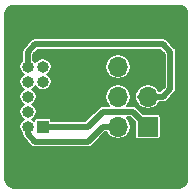
<source format=gbr>
G04 #@! TF.FileFunction,Copper,L1,Top,Signal*
%FSLAX46Y46*%
G04 Gerber Fmt 4.6, Leading zero omitted, Abs format (unit mm)*
G04 Created by KiCad (PCBNEW 4.0.7) date 2018 January 31, Wednesday 20:45:58*
%MOMM*%
%LPD*%
G01*
G04 APERTURE LIST*
%ADD10C,0.100000*%
%ADD11R,1.000000X1.000000*%
%ADD12O,1.000000X1.000000*%
%ADD13R,1.700000X1.700000*%
%ADD14O,1.700000X1.700000*%
%ADD15C,0.508000*%
%ADD16C,0.152400*%
G04 APERTURE END LIST*
D10*
D11*
X147460000Y-102540000D03*
D12*
X146190000Y-102540000D03*
X147460000Y-101270000D03*
X146190000Y-101270000D03*
X147460000Y-100000000D03*
X146190000Y-100000000D03*
X147460000Y-98730000D03*
X146190000Y-98730000D03*
X147460000Y-97460000D03*
X146190000Y-97460000D03*
D13*
X156350000Y-102540000D03*
D14*
X153810000Y-102540000D03*
X156350000Y-100000000D03*
X153810000Y-100000000D03*
X156350000Y-97460000D03*
X153810000Y-97460000D03*
D15*
X147460000Y-102540000D02*
X151270000Y-102540000D01*
X155080000Y-101270000D02*
X156350000Y-102540000D01*
X152540000Y-101270000D02*
X155080000Y-101270000D01*
X151270000Y-102540000D02*
X152540000Y-101270000D01*
X153810000Y-102540000D02*
X152540000Y-102540000D01*
X146825000Y-103810000D02*
X146190000Y-103175000D01*
X151270000Y-103810000D02*
X146825000Y-103810000D01*
X152540000Y-102540000D02*
X151270000Y-103810000D01*
X146190000Y-102540000D02*
X146190000Y-103175000D01*
X147460000Y-101270000D02*
X149365000Y-101270000D01*
X150000000Y-100635000D02*
X150000000Y-100000000D01*
X149365000Y-101270000D02*
X150000000Y-100635000D01*
X147460000Y-100000000D02*
X150000000Y-100000000D01*
X155080000Y-98730000D02*
X156350000Y-97460000D01*
X150000000Y-100000000D02*
X150000000Y-99365000D01*
X150000000Y-99365000D02*
X150635000Y-98730000D01*
X150635000Y-98730000D02*
X155080000Y-98730000D01*
X146190000Y-97460000D02*
X146190000Y-96190000D01*
X157620000Y-100000000D02*
X156350000Y-100000000D01*
X158255000Y-99365000D02*
X157620000Y-100000000D01*
X158255000Y-96190000D02*
X158255000Y-99365000D01*
X157620000Y-95555000D02*
X158255000Y-96190000D01*
X146825000Y-95555000D02*
X157620000Y-95555000D01*
X146190000Y-96190000D02*
X146825000Y-95555000D01*
X156350000Y-100000000D02*
X155715000Y-100000000D01*
D16*
G36*
X159264224Y-92362104D02*
X159488224Y-92511776D01*
X159637896Y-92735776D01*
X159696400Y-93029899D01*
X159696400Y-106970101D01*
X159637896Y-107264224D01*
X159488224Y-107488224D01*
X159264224Y-107637896D01*
X158970101Y-107696400D01*
X145029899Y-107696400D01*
X144735776Y-107637896D01*
X144511776Y-107488224D01*
X144362104Y-107264224D01*
X144303600Y-106970101D01*
X144303600Y-97460000D01*
X145447126Y-97460000D01*
X145502587Y-97738823D01*
X145660528Y-97975198D01*
X145839824Y-98095000D01*
X145660528Y-98214802D01*
X145502587Y-98451177D01*
X145447126Y-98730000D01*
X145502587Y-99008823D01*
X145660528Y-99245198D01*
X145839824Y-99365000D01*
X145660528Y-99484802D01*
X145502587Y-99721177D01*
X145447126Y-100000000D01*
X145502587Y-100278823D01*
X145660528Y-100515198D01*
X145839824Y-100635000D01*
X145660528Y-100754802D01*
X145502587Y-100991177D01*
X145447126Y-101270000D01*
X145502587Y-101548823D01*
X145660528Y-101785198D01*
X145839824Y-101905000D01*
X145660528Y-102024802D01*
X145502587Y-102261177D01*
X145447126Y-102540000D01*
X145502587Y-102818823D01*
X145660528Y-103055198D01*
X145707400Y-103086517D01*
X145707400Y-103175000D01*
X145744136Y-103359683D01*
X145848750Y-103516250D01*
X146483748Y-104151247D01*
X146483750Y-104151250D01*
X146640317Y-104255864D01*
X146825000Y-104292601D01*
X146825005Y-104292600D01*
X151270000Y-104292600D01*
X151454683Y-104255864D01*
X151611250Y-104151250D01*
X152739900Y-103022600D01*
X152839037Y-103022600D01*
X153026184Y-103302685D01*
X153376107Y-103536496D01*
X153788869Y-103618600D01*
X153831131Y-103618600D01*
X154243893Y-103536496D01*
X154593816Y-103302685D01*
X154827627Y-102952762D01*
X154909731Y-102540000D01*
X154827627Y-102127238D01*
X154593816Y-101777315D01*
X154556827Y-101752600D01*
X154880100Y-101752600D01*
X155266922Y-102139422D01*
X155266922Y-103390000D01*
X155282862Y-103474714D01*
X155332928Y-103552518D01*
X155409320Y-103604715D01*
X155500000Y-103623078D01*
X157200000Y-103623078D01*
X157284714Y-103607138D01*
X157362518Y-103557072D01*
X157414715Y-103480680D01*
X157433078Y-103390000D01*
X157433078Y-101690000D01*
X157417138Y-101605286D01*
X157367072Y-101527482D01*
X157290680Y-101475285D01*
X157200000Y-101456922D01*
X155949422Y-101456922D01*
X155421250Y-100928750D01*
X155264683Y-100824136D01*
X155080000Y-100787400D01*
X154556827Y-100787400D01*
X154593816Y-100762685D01*
X154827627Y-100412762D01*
X154909731Y-100000000D01*
X154827627Y-99587238D01*
X154593816Y-99237315D01*
X154243893Y-99003504D01*
X153831131Y-98921400D01*
X153788869Y-98921400D01*
X153376107Y-99003504D01*
X153026184Y-99237315D01*
X152792373Y-99587238D01*
X152710269Y-100000000D01*
X152792373Y-100412762D01*
X153026184Y-100762685D01*
X153063173Y-100787400D01*
X152540000Y-100787400D01*
X152355317Y-100824136D01*
X152198750Y-100928750D01*
X151070100Y-102057400D01*
X148193078Y-102057400D01*
X148193078Y-102040000D01*
X148177138Y-101955286D01*
X148127072Y-101877482D01*
X148050680Y-101825285D01*
X147960000Y-101806922D01*
X146960000Y-101806922D01*
X146875286Y-101822862D01*
X146797482Y-101872928D01*
X146745285Y-101949320D01*
X146727551Y-102036893D01*
X146719472Y-102024802D01*
X146540176Y-101905000D01*
X146719472Y-101785198D01*
X146877413Y-101548823D01*
X146932874Y-101270000D01*
X146877413Y-100991177D01*
X146719472Y-100754802D01*
X146540176Y-100635000D01*
X146719472Y-100515198D01*
X146877413Y-100278823D01*
X146932874Y-100000000D01*
X146877413Y-99721177D01*
X146719472Y-99484802D01*
X146540176Y-99365000D01*
X146719472Y-99245198D01*
X146825000Y-99087264D01*
X146930528Y-99245198D01*
X147166903Y-99403139D01*
X147445726Y-99458600D01*
X147474274Y-99458600D01*
X147753097Y-99403139D01*
X147989472Y-99245198D01*
X148147413Y-99008823D01*
X148202874Y-98730000D01*
X148147413Y-98451177D01*
X147989472Y-98214802D01*
X147810176Y-98095000D01*
X147989472Y-97975198D01*
X148147413Y-97738823D01*
X148202874Y-97460000D01*
X152710269Y-97460000D01*
X152792373Y-97872762D01*
X153026184Y-98222685D01*
X153376107Y-98456496D01*
X153788869Y-98538600D01*
X153831131Y-98538600D01*
X154243893Y-98456496D01*
X154593816Y-98222685D01*
X154827627Y-97872762D01*
X154909731Y-97460000D01*
X154827627Y-97047238D01*
X154593816Y-96697315D01*
X154243893Y-96463504D01*
X153831131Y-96381400D01*
X153788869Y-96381400D01*
X153376107Y-96463504D01*
X153026184Y-96697315D01*
X152792373Y-97047238D01*
X152710269Y-97460000D01*
X148202874Y-97460000D01*
X148147413Y-97181177D01*
X147989472Y-96944802D01*
X147753097Y-96786861D01*
X147474274Y-96731400D01*
X147445726Y-96731400D01*
X147166903Y-96786861D01*
X146930528Y-96944802D01*
X146825000Y-97102736D01*
X146719472Y-96944802D01*
X146672600Y-96913483D01*
X146672600Y-96389900D01*
X147024899Y-96037600D01*
X157420100Y-96037600D01*
X157772400Y-96389899D01*
X157772400Y-99165101D01*
X157420100Y-99517400D01*
X157320963Y-99517400D01*
X157133816Y-99237315D01*
X156783893Y-99003504D01*
X156371131Y-98921400D01*
X156328869Y-98921400D01*
X155916107Y-99003504D01*
X155566184Y-99237315D01*
X155332373Y-99587238D01*
X155294579Y-99777238D01*
X155269136Y-99815317D01*
X155232400Y-100000000D01*
X155269136Y-100184683D01*
X155294579Y-100222762D01*
X155332373Y-100412762D01*
X155566184Y-100762685D01*
X155916107Y-100996496D01*
X156328869Y-101078600D01*
X156371131Y-101078600D01*
X156783893Y-100996496D01*
X157133816Y-100762685D01*
X157320963Y-100482600D01*
X157620000Y-100482600D01*
X157804683Y-100445864D01*
X157961250Y-100341250D01*
X158596247Y-99706252D01*
X158596250Y-99706250D01*
X158700864Y-99549683D01*
X158730014Y-99403139D01*
X158737601Y-99365000D01*
X158737600Y-99364995D01*
X158737600Y-96190005D01*
X158737601Y-96190000D01*
X158700864Y-96005317D01*
X158627988Y-95896250D01*
X158596250Y-95848750D01*
X158596247Y-95848748D01*
X157961250Y-95213750D01*
X157804683Y-95109136D01*
X157620000Y-95072400D01*
X146825005Y-95072400D01*
X146825000Y-95072399D01*
X146640317Y-95109136D01*
X146483750Y-95213750D01*
X146483748Y-95213753D01*
X145848750Y-95848750D01*
X145744136Y-96005317D01*
X145707400Y-96190000D01*
X145707400Y-96913483D01*
X145660528Y-96944802D01*
X145502587Y-97181177D01*
X145447126Y-97460000D01*
X144303600Y-97460000D01*
X144303600Y-93029899D01*
X144362104Y-92735776D01*
X144511776Y-92511776D01*
X144735776Y-92362104D01*
X145029899Y-92303600D01*
X158970101Y-92303600D01*
X159264224Y-92362104D01*
X159264224Y-92362104D01*
G37*
X159264224Y-92362104D02*
X159488224Y-92511776D01*
X159637896Y-92735776D01*
X159696400Y-93029899D01*
X159696400Y-106970101D01*
X159637896Y-107264224D01*
X159488224Y-107488224D01*
X159264224Y-107637896D01*
X158970101Y-107696400D01*
X145029899Y-107696400D01*
X144735776Y-107637896D01*
X144511776Y-107488224D01*
X144362104Y-107264224D01*
X144303600Y-106970101D01*
X144303600Y-97460000D01*
X145447126Y-97460000D01*
X145502587Y-97738823D01*
X145660528Y-97975198D01*
X145839824Y-98095000D01*
X145660528Y-98214802D01*
X145502587Y-98451177D01*
X145447126Y-98730000D01*
X145502587Y-99008823D01*
X145660528Y-99245198D01*
X145839824Y-99365000D01*
X145660528Y-99484802D01*
X145502587Y-99721177D01*
X145447126Y-100000000D01*
X145502587Y-100278823D01*
X145660528Y-100515198D01*
X145839824Y-100635000D01*
X145660528Y-100754802D01*
X145502587Y-100991177D01*
X145447126Y-101270000D01*
X145502587Y-101548823D01*
X145660528Y-101785198D01*
X145839824Y-101905000D01*
X145660528Y-102024802D01*
X145502587Y-102261177D01*
X145447126Y-102540000D01*
X145502587Y-102818823D01*
X145660528Y-103055198D01*
X145707400Y-103086517D01*
X145707400Y-103175000D01*
X145744136Y-103359683D01*
X145848750Y-103516250D01*
X146483748Y-104151247D01*
X146483750Y-104151250D01*
X146640317Y-104255864D01*
X146825000Y-104292601D01*
X146825005Y-104292600D01*
X151270000Y-104292600D01*
X151454683Y-104255864D01*
X151611250Y-104151250D01*
X152739900Y-103022600D01*
X152839037Y-103022600D01*
X153026184Y-103302685D01*
X153376107Y-103536496D01*
X153788869Y-103618600D01*
X153831131Y-103618600D01*
X154243893Y-103536496D01*
X154593816Y-103302685D01*
X154827627Y-102952762D01*
X154909731Y-102540000D01*
X154827627Y-102127238D01*
X154593816Y-101777315D01*
X154556827Y-101752600D01*
X154880100Y-101752600D01*
X155266922Y-102139422D01*
X155266922Y-103390000D01*
X155282862Y-103474714D01*
X155332928Y-103552518D01*
X155409320Y-103604715D01*
X155500000Y-103623078D01*
X157200000Y-103623078D01*
X157284714Y-103607138D01*
X157362518Y-103557072D01*
X157414715Y-103480680D01*
X157433078Y-103390000D01*
X157433078Y-101690000D01*
X157417138Y-101605286D01*
X157367072Y-101527482D01*
X157290680Y-101475285D01*
X157200000Y-101456922D01*
X155949422Y-101456922D01*
X155421250Y-100928750D01*
X155264683Y-100824136D01*
X155080000Y-100787400D01*
X154556827Y-100787400D01*
X154593816Y-100762685D01*
X154827627Y-100412762D01*
X154909731Y-100000000D01*
X154827627Y-99587238D01*
X154593816Y-99237315D01*
X154243893Y-99003504D01*
X153831131Y-98921400D01*
X153788869Y-98921400D01*
X153376107Y-99003504D01*
X153026184Y-99237315D01*
X152792373Y-99587238D01*
X152710269Y-100000000D01*
X152792373Y-100412762D01*
X153026184Y-100762685D01*
X153063173Y-100787400D01*
X152540000Y-100787400D01*
X152355317Y-100824136D01*
X152198750Y-100928750D01*
X151070100Y-102057400D01*
X148193078Y-102057400D01*
X148193078Y-102040000D01*
X148177138Y-101955286D01*
X148127072Y-101877482D01*
X148050680Y-101825285D01*
X147960000Y-101806922D01*
X146960000Y-101806922D01*
X146875286Y-101822862D01*
X146797482Y-101872928D01*
X146745285Y-101949320D01*
X146727551Y-102036893D01*
X146719472Y-102024802D01*
X146540176Y-101905000D01*
X146719472Y-101785198D01*
X146877413Y-101548823D01*
X146932874Y-101270000D01*
X146877413Y-100991177D01*
X146719472Y-100754802D01*
X146540176Y-100635000D01*
X146719472Y-100515198D01*
X146877413Y-100278823D01*
X146932874Y-100000000D01*
X146877413Y-99721177D01*
X146719472Y-99484802D01*
X146540176Y-99365000D01*
X146719472Y-99245198D01*
X146825000Y-99087264D01*
X146930528Y-99245198D01*
X147166903Y-99403139D01*
X147445726Y-99458600D01*
X147474274Y-99458600D01*
X147753097Y-99403139D01*
X147989472Y-99245198D01*
X148147413Y-99008823D01*
X148202874Y-98730000D01*
X148147413Y-98451177D01*
X147989472Y-98214802D01*
X147810176Y-98095000D01*
X147989472Y-97975198D01*
X148147413Y-97738823D01*
X148202874Y-97460000D01*
X152710269Y-97460000D01*
X152792373Y-97872762D01*
X153026184Y-98222685D01*
X153376107Y-98456496D01*
X153788869Y-98538600D01*
X153831131Y-98538600D01*
X154243893Y-98456496D01*
X154593816Y-98222685D01*
X154827627Y-97872762D01*
X154909731Y-97460000D01*
X154827627Y-97047238D01*
X154593816Y-96697315D01*
X154243893Y-96463504D01*
X153831131Y-96381400D01*
X153788869Y-96381400D01*
X153376107Y-96463504D01*
X153026184Y-96697315D01*
X152792373Y-97047238D01*
X152710269Y-97460000D01*
X148202874Y-97460000D01*
X148147413Y-97181177D01*
X147989472Y-96944802D01*
X147753097Y-96786861D01*
X147474274Y-96731400D01*
X147445726Y-96731400D01*
X147166903Y-96786861D01*
X146930528Y-96944802D01*
X146825000Y-97102736D01*
X146719472Y-96944802D01*
X146672600Y-96913483D01*
X146672600Y-96389900D01*
X147024899Y-96037600D01*
X157420100Y-96037600D01*
X157772400Y-96389899D01*
X157772400Y-99165101D01*
X157420100Y-99517400D01*
X157320963Y-99517400D01*
X157133816Y-99237315D01*
X156783893Y-99003504D01*
X156371131Y-98921400D01*
X156328869Y-98921400D01*
X155916107Y-99003504D01*
X155566184Y-99237315D01*
X155332373Y-99587238D01*
X155294579Y-99777238D01*
X155269136Y-99815317D01*
X155232400Y-100000000D01*
X155269136Y-100184683D01*
X155294579Y-100222762D01*
X155332373Y-100412762D01*
X155566184Y-100762685D01*
X155916107Y-100996496D01*
X156328869Y-101078600D01*
X156371131Y-101078600D01*
X156783893Y-100996496D01*
X157133816Y-100762685D01*
X157320963Y-100482600D01*
X157620000Y-100482600D01*
X157804683Y-100445864D01*
X157961250Y-100341250D01*
X158596247Y-99706252D01*
X158596250Y-99706250D01*
X158700864Y-99549683D01*
X158730014Y-99403139D01*
X158737601Y-99365000D01*
X158737600Y-99364995D01*
X158737600Y-96190005D01*
X158737601Y-96190000D01*
X158700864Y-96005317D01*
X158627988Y-95896250D01*
X158596250Y-95848750D01*
X158596247Y-95848748D01*
X157961250Y-95213750D01*
X157804683Y-95109136D01*
X157620000Y-95072400D01*
X146825005Y-95072400D01*
X146825000Y-95072399D01*
X146640317Y-95109136D01*
X146483750Y-95213750D01*
X146483748Y-95213753D01*
X145848750Y-95848750D01*
X145744136Y-96005317D01*
X145707400Y-96190000D01*
X145707400Y-96913483D01*
X145660528Y-96944802D01*
X145502587Y-97181177D01*
X145447126Y-97460000D01*
X144303600Y-97460000D01*
X144303600Y-93029899D01*
X144362104Y-92735776D01*
X144511776Y-92511776D01*
X144735776Y-92362104D01*
X145029899Y-92303600D01*
X158970101Y-92303600D01*
X159264224Y-92362104D01*
M02*

</source>
